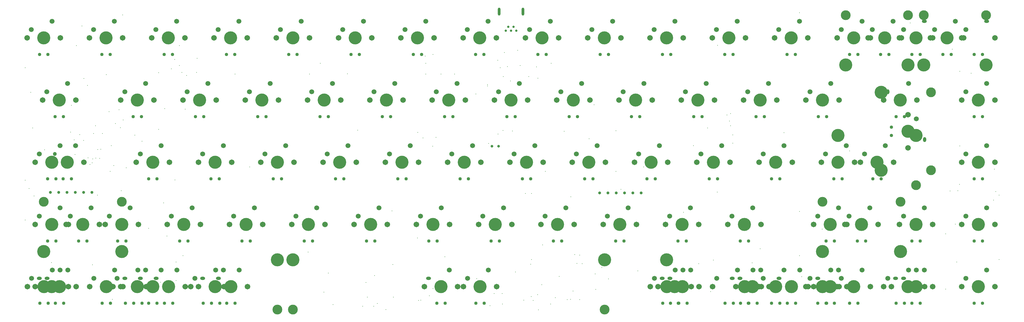
<source format=gbr>
%FSTAX23Y23*%
%MOIN*%
%SFA1B1*%

%IPPOS*%
%ADD162C,0.040000*%
%ADD163C,0.040000*%
%ADD164C,0.040000*%
%ADD165C,0.040000*%
%ADD166C,0.040000*%
%ADD167C,0.040000*%
%ADD168C,0.040000*%
%ADD169C,0.040000*%
%ADD170C,0.040000*%
%ADD171C,0.040000*%
%ADD172C,0.040000*%
%ADD173C,0.040000*%
%ADD174C,0.040000*%
%ADD175C,0.040000*%
%ADD176C,0.040000*%
%ADD177C,0.040000*%
%ADD178C,0.040000*%
%ADD179C,0.040000*%
%ADD180C,0.040000*%
%ADD181C,0.040000*%
%ADD182C,0.040000*%
%ADD183C,0.040000*%
%ADD184C,0.040000*%
%ADD185C,0.040000*%
%ADD186C,0.040000*%
%ADD187C,0.040000*%
%ADD188C,0.040000*%
%ADD189C,0.040000*%
%ADD190C,0.040000*%
%ADD191C,0.157500*%
%ADD192C,0.027559*%
%ADD193O,0.033465X0.094488*%
%ADD194C,0.035433*%
%ADD195C,0.031500*%
%ADD196C,0.157500*%
%ADD197C,0.059059*%
%ADD198C,0.067500*%
%ADD199C,0.040000*%
%ADD200C,0.157500*%
%ADD201O,0.059055X0.039370*%
%ADD202C,0.059059*%
%ADD203C,0.067500*%
%ADD204C,0.067500*%
%ADD205C,0.040000*%
%ADD206C,0.157500*%
%ADD207C,0.059059*%
%ADD208C,0.059059*%
%ADD209C,0.067500*%
%ADD210C,0.040000*%
%ADD211C,0.157500*%
%ADD212O,0.059055X0.039370*%
%ADD213O,0.059055X0.039370*%
%ADD214C,0.157500*%
%ADD215C,0.067500*%
%ADD216C,0.067500*%
%ADD217C,0.059059*%
%ADD218C,0.059059*%
%ADD219C,0.067500*%
%ADD220C,0.040000*%
%ADD221C,0.059059*%
%ADD222O,0.059055X0.039370*%
%ADD223C,0.157500*%
%ADD224C,0.040000*%
%ADD225C,0.067500*%
%ADD226C,0.067500*%
%ADD227C,0.059059*%
%ADD228C,0.059059*%
%ADD229C,0.067500*%
%ADD230C,0.040000*%
%ADD231C,0.059059*%
%ADD232C,0.059059*%
%ADD233C,0.067500*%
%ADD234C,0.067500*%
%ADD235C,0.040000*%
%ADD236C,0.157500*%
%ADD237C,0.059059*%
%ADD238C,0.059059*%
%ADD239C,0.067500*%
%ADD240C,0.067500*%
%ADD241C,0.040000*%
%ADD242C,0.157500*%
%ADD243O,0.039370X0.059055*%
%ADD244O,0.039370X0.059055*%
%ADD245C,0.067500*%
%ADD246C,0.067500*%
%ADD247C,0.040000*%
%ADD248C,0.157500*%
%ADD249C,0.059059*%
%ADD250C,0.059059*%
%ADD251C,0.067500*%
%ADD252C,0.067500*%
%ADD253C,0.040000*%
%ADD254C,0.157500*%
%ADD255C,0.059059*%
%ADD256C,0.059059*%
%ADD257C,0.067500*%
%ADD258C,0.067500*%
%ADD259C,0.040000*%
%ADD260C,0.157500*%
%ADD261C,0.059059*%
%ADD262C,0.059059*%
%ADD263C,0.067500*%
%ADD264C,0.040000*%
%ADD265C,0.157500*%
%ADD266C,0.059059*%
%ADD267C,0.059059*%
%ADD268C,0.067500*%
%ADD269C,0.067500*%
%ADD270C,0.040000*%
%ADD271C,0.157500*%
%ADD272O,0.059055X0.039370*%
%ADD273C,0.059059*%
%ADD274C,0.157500*%
%ADD275C,0.040000*%
%ADD276C,0.067500*%
%ADD277C,0.059059*%
%ADD278C,0.059059*%
%ADD279C,0.067500*%
%ADD280C,0.067500*%
%ADD281C,0.040000*%
%ADD282C,0.157500*%
%ADD283C,0.059059*%
%ADD284O,0.059055X0.039370*%
%ADD285C,0.157500*%
%ADD286C,0.040000*%
%ADD287C,0.067500*%
%ADD288C,0.067500*%
%ADD289C,0.059059*%
%ADD290C,0.059059*%
%ADD291C,0.067500*%
%ADD292C,0.067500*%
%ADD293C,0.040000*%
%ADD294C,0.157500*%
%ADD295C,0.059059*%
%ADD296O,0.059055X0.039370*%
%ADD297C,0.157500*%
%ADD298C,0.040000*%
%ADD299C,0.067500*%
%ADD300C,0.059059*%
%ADD301C,0.067500*%
%ADD302C,0.067500*%
%ADD303O,0.059055X0.039370*%
%ADD304C,0.157500*%
%ADD305C,0.040000*%
%ADD306C,0.067500*%
%ADD307C,0.059059*%
%ADD308C,0.059059*%
%ADD309C,0.040000*%
%ADD310C,0.157500*%
%ADD311O,0.059055X0.039370*%
%ADD312O,0.059055X0.039370*%
%ADD313C,0.157500*%
%ADD314C,0.040000*%
%ADD315C,0.067500*%
%ADD316C,0.059059*%
%ADD317O,0.059055X0.039370*%
%ADD318C,0.157500*%
%ADD319C,0.067500*%
%ADD320C,0.059059*%
%ADD321C,0.059059*%
%ADD322C,0.040000*%
%ADD323C,0.067500*%
%ADD324C,0.067500*%
%ADD325C,0.059059*%
%ADD326C,0.059059*%
%ADD327C,0.067500*%
%ADD328C,0.067500*%
%ADD329C,0.040000*%
%ADD330C,0.059059*%
%ADD331C,0.059059*%
%ADD332C,0.067500*%
%ADD333C,0.040000*%
%ADD334C,0.157500*%
%ADD335O,0.059055X0.039370*%
%ADD336C,0.059059*%
%ADD337C,0.157500*%
%ADD338C,0.040000*%
%ADD339C,0.067500*%
%ADD340C,0.067500*%
%ADD341C,0.059059*%
%ADD342O,0.059055X0.039370*%
%ADD343C,0.157500*%
%ADD344C,0.040000*%
%ADD345C,0.059059*%
%ADD346C,0.059059*%
%ADD347C,0.157500*%
%ADD348C,0.040000*%
%ADD349C,0.067500*%
%ADD350C,0.059059*%
%ADD351O,0.059055X0.039370*%
%ADD352C,0.157500*%
%ADD353C,0.067500*%
%ADD354C,0.059059*%
%ADD355C,0.059059*%
%ADD356C,0.157500*%
%ADD357C,0.040000*%
%ADD358C,0.067500*%
%ADD359C,0.067500*%
%ADD360C,0.059059*%
%ADD361C,0.059059*%
%ADD362C,0.157500*%
%ADD363C,0.040000*%
%ADD364C,0.067500*%
%ADD365C,0.067500*%
%ADD366C,0.059059*%
%ADD367C,0.059059*%
%ADD368C,0.067500*%
%ADD369C,0.040000*%
%ADD370C,0.157500*%
%ADD371O,0.059055X0.039370*%
%ADD372C,0.059059*%
%ADD373C,0.067500*%
%ADD374C,0.067500*%
%ADD375C,0.157500*%
%ADD376O,0.059055X0.039370*%
%ADD377C,0.047244*%
%ADD378C,0.157500*%
%ADD379C,0.040000*%
%ADD380C,0.067500*%
%ADD381C,0.059059*%
%ADD382C,0.059059*%
%ADD383C,0.157500*%
%ADD384C,0.040000*%
%ADD385C,0.067500*%
%ADD386C,0.067500*%
%ADD387C,0.059059*%
%ADD388C,0.059059*%
%ADD389C,0.040000*%
%ADD390C,0.067500*%
%ADD391C,0.059059*%
%ADD392O,0.059055X0.039370*%
%ADD393C,0.067500*%
%ADD394C,0.067500*%
%ADD395C,0.040000*%
%ADD396C,0.157500*%
%ADD397C,0.059059*%
%ADD398C,0.059059*%
%ADD399C,0.067500*%
%ADD400C,0.067500*%
%ADD401C,0.040000*%
%ADD402C,0.059059*%
%ADD403O,0.059055X0.039370*%
%ADD404C,0.067500*%
%ADD405C,0.067500*%
%ADD406C,0.040000*%
%ADD407C,0.059059*%
%ADD408C,0.059059*%
%ADD409C,0.067500*%
%ADD410C,0.067500*%
%ADD411C,0.040000*%
%ADD412C,0.157500*%
%ADD413C,0.059059*%
%ADD414C,0.059059*%
%ADD415C,0.157500*%
%ADD416C,0.040000*%
%ADD417C,0.067500*%
%ADD418C,0.067500*%
%ADD419C,0.059059*%
%ADD420C,0.059059*%
%ADD421C,0.067500*%
%ADD422C,0.067500*%
%ADD423C,0.040000*%
%ADD424C,0.157500*%
%ADD425C,0.059059*%
%ADD426C,0.157500*%
%ADD427C,0.157500*%
%ADD428C,0.157500*%
%ADD429C,0.157500*%
%ADD430C,0.118110*%
%ADD431C,0.118110*%
%ADD432C,0.157500*%
%ADD433C,0.118110*%
%ADD434C,0.157500*%
%ADD435C,0.118110*%
%ADD436C,0.157500*%
%ADD437C,0.157500*%
%ADD438C,0.118110*%
%ADD439C,0.118110*%
%ADD440C,0.118110*%
%ADD441C,0.118110*%
%ADD442C,0.118110*%
%ADD443C,0.118110*%
%ADD444C,0.157500*%
%ADD445C,0.157500*%
%ADD446C,0.157500*%
%ADD447C,0.157500*%
%ADD448C,0.157500*%
%ADD449C,0.157500*%
%ADD450C,0.118110*%
%ADD451C,0.118110*%
%ADD452C,0.157500*%
%ADD453C,0.157500*%
%ADD454C,0.118110*%
%ADD455C,0.118110*%
%ADD456C,0.157500*%
%ADD457C,0.040000*%
%ADD458C,0.067500*%
%ADD459C,0.059059*%
%ADD460C,0.040000*%
%ADD461C,0.040000*%
%ADD462C,0.040000*%
%ADD463C,0.040000*%
%ADD464C,0.040000*%
%ADD465C,0.040000*%
%ADD466C,0.040000*%
%ADD467C,0.040000*%
%ADD468C,0.040000*%
%ADD469C,0.040000*%
%ADD470C,0.040000*%
%ADD471C,0.011850*%
%LNquadcube_65_pcb_pth_drill-1*%
%LPD*%
G54D162*
X15062Y07411D03*
G54D163*
X05001Y06886D03*
G54D164*
X05844Y06136D03*
G54D165*
X05188Y06886D03*
G54D166*
X15032Y08386D03*
G54D167*
X15407Y08386D03*
G54D168*
X14938Y06886D03*
G54D169*
X15218Y07636D03*
G54D170*
X05376Y06136D03*
G54D171*
X05001Y06136D03*
G54D172*
X16157Y08386D03*
G54D173*
X15782Y08386D03*
G54D174*
X14657Y08386D03*
G54D175*
X05838Y05386D03*
G54D176*
X14751Y06136D03*
G54D177*
X14376Y06136D03*
G54D178*
X07157Y05386D03*
G54D179*
X10157Y05386D03*
G54D180*
X12601Y05386D03*
G54D181*
X12401Y05386D03*
G54D182*
X09688Y05386D03*
G54D183*
X13719Y05386D03*
G54D184*
X14376Y05386D03*
G54D185*
X14176Y05386D03*
G54D186*
X13244Y05386D03*
G54D187*
X13907Y05386D03*
G54D188*
X14657Y05386D03*
G54D189*
X13444Y05386D03*
G54D190*
X13157Y05386D03*
G54D191*
X04951Y07086D03*
G54D192*
X10513Y0872D03*
X1045D03*
X10545Y08673D03*
X10419D03*
X10482D03*
G54D193*
X10625Y08903D03*
X10338D03*
G54D194*
X05434Y06724D03*
X05334D03*
X05234D03*
X05134D03*
X05034D03*
X04934D03*
X12048Y06715D03*
X11948D03*
X11848D03*
X11748D03*
X11648D03*
X11548D03*
G54D195*
X10332Y07281D03*
X10253D03*
G54D196*
X15732Y08586D03*
G54D197*
X15457Y05786D03*
G54D198*
X15557Y05586D03*
G54D199*
X15307Y05386D03*
G54D200*
X15357Y05586D03*
G54D201*
X15207Y05686D03*
G54D202*
X14707Y05786D03*
G54D203*
X14407Y05586D03*
G54D204*
X14807Y05586D03*
G54D205*
X14557Y05386D03*
G54D206*
X14607Y05586D03*
G54D207*
X14457Y05686D03*
G54D208*
X13957Y05786D03*
G54D209*
X14057Y05586D03*
G54D210*
X13807Y05386D03*
G54D211*
X13857Y05586D03*
G54D212*
X13707Y05686D03*
G54D213*
X15113Y05686D03*
G54D214*
X15263Y05586D03*
G54D215*
X15463Y05586D03*
G54D216*
X15063Y05586D03*
G54D217*
X15363Y05786D03*
G54D218*
X15269Y05786D03*
G54D219*
X14969Y05586D03*
G54D220*
X15119Y05386D03*
G54D221*
X15019Y05686D03*
G54D222*
X14176Y05686D03*
G54D223*
X14326Y05586D03*
G54D224*
X14276Y05386D03*
G54D225*
X14526Y05586D03*
G54D226*
X14126Y05586D03*
G54D227*
X14426Y05786D03*
G54D228*
X13207Y05786D03*
G54D229*
X12907Y05586D03*
G54D230*
X13057Y05386D03*
G54D231*
X12957Y05686D03*
G54D232*
X14426Y06536D03*
G54D233*
X14126Y06336D03*
G54D234*
X14526Y06336D03*
G54D235*
X14276Y06136D03*
G54D236*
X14326Y06336D03*
G54D237*
X14176Y06436D03*
G54D238*
X15268Y08036D03*
G54D239*
X14968Y07836D03*
G54D240*
X15368Y07836D03*
G54D241*
X15118Y07636D03*
G54D242*
X15168Y07836D03*
G54D243*
X15018Y07936D03*
G54D244*
X15462Y07361D03*
G54D245*
X15262Y07661D03*
G54D246*
X15262Y07261D03*
G54D247*
X15062Y07511D03*
G54D248*
X15262Y07461D03*
G54D249*
X15362Y07611D03*
G54D250*
X14988Y07286D03*
G54D251*
X14688Y07086D03*
G54D252*
X15088Y07086D03*
G54D253*
X14838Y06886D03*
G54D254*
X14888Y07086D03*
G54D255*
X14738Y07186D03*
G54D256*
X14519Y07286D03*
G54D257*
X14219Y07086D03*
G54D258*
X14619Y07086D03*
G54D259*
X14369Y06886D03*
G54D260*
X14419Y07086D03*
G54D261*
X14269Y07186D03*
G54D262*
X12457Y05786D03*
G54D263*
X12157Y05586D03*
G54D264*
X12307Y05386D03*
G54D265*
X12357Y05586D03*
G54D266*
X12207Y05686D03*
G54D267*
X13488Y05786D03*
G54D268*
X13188Y05586D03*
G54D269*
X13588Y05586D03*
G54D270*
X13338Y05386D03*
G54D271*
X13388Y05586D03*
G54D272*
X13238Y05686D03*
G54D273*
X13519Y05686D03*
G54D274*
X13669Y05586D03*
G54D275*
X13619Y05386D03*
G54D276*
X13469Y05586D03*
G54D277*
X13769Y05786D03*
G54D278*
X14332Y05786D03*
G54D279*
X14032Y05586D03*
G54D280*
X14432Y05586D03*
G54D281*
X14282Y05386D03*
G54D282*
X14232Y05586D03*
G54D283*
X14082Y05686D03*
G54D284*
X12301Y05686D03*
G54D285*
X12451Y05586D03*
G54D286*
X12501Y05386D03*
G54D287*
X12651Y05586D03*
G54D288*
X12251Y05586D03*
G54D289*
X12551Y05786D03*
G54D290*
X10207Y05786D03*
G54D291*
X09907Y05586D03*
G54D292*
X10307Y05586D03*
G54D293*
X10057Y05386D03*
G54D294*
X10107Y05586D03*
G54D295*
X09957Y05686D03*
G54D296*
X12394Y05686D03*
G54D297*
X12544Y05586D03*
G54D298*
X12494Y05386D03*
G54D299*
X12744Y05586D03*
G54D300*
X12644Y05786D03*
G54D301*
X09438Y05587D03*
G54D302*
X09838Y05587D03*
G54D303*
X13144Y05686D03*
G54D304*
X13294Y05586D03*
G54D305*
X13344Y05386D03*
G54D306*
X13494Y05586D03*
G54D307*
X13394Y05786D03*
G54D308*
X09738Y05786D03*
G54D309*
X09588Y05386D03*
G54D310*
X09638Y05586D03*
G54D311*
X09488Y05686D03*
G54D312*
X06957Y05686D03*
G54D313*
X07107Y05586D03*
G54D314*
X07057Y05386D03*
G54D315*
X07307Y05586D03*
G54D316*
X07207Y05786D03*
G54D317*
X06769Y05686D03*
G54D318*
X06919Y05586D03*
G54D319*
X06719Y05586D03*
G54D320*
X07019Y05786D03*
G54D321*
X06676Y05686D03*
G54D322*
X06876Y05386D03*
G54D323*
X07026Y05586D03*
G54D324*
X06626Y05586D03*
G54D325*
X06926Y05786D03*
G54D326*
X05988Y05786D03*
G54D327*
X05688Y05586D03*
G54D328*
X06088Y05586D03*
G54D329*
X05938Y05386D03*
G54D330*
X05738Y05686D03*
G54D331*
X06457Y05786D03*
G54D332*
X06557Y05586D03*
G54D333*
X06307Y05386D03*
G54D334*
X06357Y05586D03*
G54D335*
X06207Y05686D03*
G54D336*
X05457Y05686D03*
G54D337*
X05607Y05586D03*
G54D338*
X05557Y05386D03*
G54D339*
X05807Y05586D03*
G54D340*
X05407Y05586D03*
G54D341*
X05707Y05786D03*
G54D342*
X06019Y05686D03*
G54D343*
X06169Y05586D03*
G54D344*
X06119Y05386D03*
G54D345*
X06269Y05786D03*
G54D346*
X04707Y05686D03*
G54D347*
X04857Y05586D03*
G54D348*
X04807Y05386D03*
G54D349*
X04657Y05586D03*
G54D350*
X04957Y05786D03*
G54D351*
X05832Y05686D03*
G54D352*
X05982Y05586D03*
G54D353*
X05782Y05586D03*
G54D354*
X06082Y05786D03*
G54D355*
X05176Y06436D03*
G54D356*
X05326Y06336D03*
G54D357*
X05276Y06136D03*
G54D358*
X05526Y06336D03*
G54D359*
X05126Y06336D03*
G54D360*
X05426Y06536D03*
G54D361*
X05644Y06436D03*
G54D362*
X05794Y06336D03*
G54D363*
X05744Y06136D03*
G54D364*
X05994Y06336D03*
G54D365*
X05594Y06336D03*
G54D366*
X05894Y06536D03*
G54D367*
X05144Y05786D03*
G54D368*
X05244Y05586D03*
G54D369*
X04994Y05386D03*
G54D370*
X05044Y05586D03*
G54D371*
X04894Y05686D03*
G54D372*
X05051Y05786D03*
G54D373*
X04751Y05586D03*
G54D374*
X05151Y05586D03*
G54D375*
X04951Y05586D03*
G54D376*
X04801Y05686D03*
G54D377*
X04988Y07186D03*
G54D378*
X05138Y07086D03*
G54D379*
X05088Y06886D03*
G54D380*
X05338Y07086D03*
G54D381*
X05238Y07286D03*
G54D382*
X04801Y06436D03*
G54D383*
X04951Y06336D03*
G54D384*
X04901Y06136D03*
G54D385*
X05151Y06336D03*
G54D386*
X04751Y06336D03*
G54D387*
X05051Y06536D03*
G54D388*
X04801Y07186D03*
G54D389*
X04901Y06886D03*
G54D390*
X04751Y07086D03*
G54D391*
X05051Y07286D03*
G54D392*
X15457Y08786D03*
G54D393*
X15157Y08586D03*
G54D394*
X15557Y08586D03*
G54D395*
X15307Y08386D03*
G54D396*
X15357Y08586D03*
G54D397*
X15207Y08686D03*
G54D398*
X15832Y08786D03*
G54D399*
X15532Y08586D03*
G54D400*
X15932Y08586D03*
G54D401*
X15682Y08386D03*
G54D402*
X15582Y08686D03*
G54D403*
X16207Y08786D03*
G54D404*
X15907Y08586D03*
G54D405*
X16307Y08586D03*
G54D406*
X16057Y08386D03*
G54D407*
X15957Y08686D03*
G54D408*
X14801Y06536D03*
G54D409*
X14501Y06336D03*
G54D410*
X14901Y06336D03*
G54D411*
X14651Y06136D03*
G54D412*
X14701Y06336D03*
G54D413*
X14551Y06436D03*
G54D414*
X14832Y08686D03*
G54D415*
X14982Y08586D03*
G54D416*
X14932Y08386D03*
G54D417*
X15182Y08586D03*
G54D418*
X14782Y08586D03*
G54D419*
X15082Y08786D03*
G54D420*
X14707Y08786D03*
G54D421*
X14407Y08586D03*
G54D422*
X14807Y08586D03*
G54D423*
X14557Y08386D03*
G54D424*
X14607Y08586D03*
G54D425*
X14457Y08686D03*
G54D426*
X15358Y07411D03*
G54D427*
X14418Y07411D03*
G54D428*
X12356Y05911D03*
G54D429*
X14231Y06011D03*
G54D430*
X11608Y05311D03*
G54D431*
X15171Y06611D03*
G54D432*
X15171Y06011D03*
G54D433*
X15358Y06811D03*
G54D434*
X11608Y05911D03*
G54D435*
X07668Y05311D03*
G54D436*
X07856Y05911D03*
G54D437*
X07668Y05911D03*
G54D438*
X07856Y05311D03*
G54D439*
X14512Y08861D03*
G54D440*
X15262Y08861D03*
G54D441*
X16202Y08861D03*
G54D442*
X15537Y06991D03*
G54D443*
X15452Y08861D03*
G54D444*
X14512Y08261D03*
G54D445*
X15262Y08261D03*
G54D446*
X14937Y07931D03*
G54D447*
X15452Y08261D03*
G54D448*
X16202Y08261D03*
G54D449*
X14937Y06991D03*
G54D450*
X15537Y07931D03*
G54D451*
X05796Y06611D03*
G54D452*
X05796Y06011D03*
G54D453*
X04856Y06011D03*
G54D454*
X04856Y06611D03*
G54D455*
X14231Y06611D03*
G54D456*
X16107Y07836D03*
Y07086D03*
X11043Y06336D03*
X11793D03*
X10293D03*
X09543D03*
X12543D03*
X13293D03*
X15357D03*
X08231Y07836D03*
X08981D03*
X07481D03*
X06731D03*
X09731D03*
X10481D03*
X11981D03*
X11231D03*
X06918Y07086D03*
X07668D03*
X06168D03*
X12731Y07836D03*
X13481D03*
X14231D03*
X12356Y08586D03*
X13106D03*
X11606D03*
X10856D03*
X13856D03*
X09356D03*
X10106D03*
X08606D03*
X07856D03*
X04856D03*
X05606D03*
X07106D03*
X06356D03*
X06543Y06336D03*
X07293D03*
X08793D03*
X08043D03*
X12918Y07086D03*
X13668D03*
X12168D03*
X11418D03*
X08418D03*
X09168D03*
X10668D03*
X09918D03*
X05043Y07836D03*
X05981D03*
X16107Y05586D03*
Y06336D03*
G54D457*
X16157Y07636D03*
X16057D03*
Y06886D03*
X16157D03*
X11093Y06136D03*
X10993D03*
X11743D03*
X11843D03*
X10343D03*
X10243D03*
X09493D03*
X09593D03*
X12593D03*
X12493D03*
X13243D03*
X13343D03*
X15407D03*
X15307D03*
X08181Y07636D03*
X08281D03*
X09031D03*
X08931D03*
X07431D03*
X07531D03*
X06781D03*
X06681D03*
X09681D03*
X09781D03*
X10531D03*
X10431D03*
X11931D03*
X12031D03*
X11281D03*
X11181D03*
X06868Y06886D03*
X06968D03*
X07718D03*
X07618D03*
X06118D03*
X06218D03*
X12781Y07636D03*
X12681D03*
X13431D03*
X13531D03*
X14281D03*
X14181D03*
X12306Y08386D03*
X12406D03*
X13156D03*
X13056D03*
X11556D03*
X11656D03*
X10906D03*
X10806D03*
X13806D03*
X13906D03*
X09406D03*
X09306D03*
X10056D03*
X10156D03*
X08656D03*
X08556D03*
X07806D03*
X07906D03*
X04906D03*
X04806D03*
X05556D03*
X05656D03*
X07156D03*
X07056D03*
X06306D03*
X06406D03*
X06593Y06136D03*
X06493D03*
X07243D03*
X07343D03*
X08843D03*
X08743D03*
X07993D03*
X08093D03*
X12968Y06886D03*
X12868D03*
X13618D03*
X13718D03*
X12218D03*
X12118D03*
X11368D03*
X11468D03*
X08468D03*
X08368D03*
X09118D03*
X09218D03*
X10718D03*
X10618D03*
X09868D03*
X09968D03*
X05093Y07636D03*
X04993D03*
X05931D03*
X06031D03*
X16157Y05386D03*
X16057D03*
Y06136D03*
X16157D03*
G54D458*
X16307Y07836D03*
X15907D03*
Y07086D03*
X16307D03*
X11243Y06336D03*
X10843D03*
X11593D03*
X11993D03*
X10493D03*
X10093D03*
X09343D03*
X09743D03*
X12743D03*
X12343D03*
X13093D03*
X13493D03*
X15557D03*
X15157D03*
X08031Y07836D03*
X08431D03*
X09181D03*
X08781D03*
X07281D03*
X07681D03*
X06931D03*
X06531D03*
X09531D03*
X09931D03*
X10681D03*
X10281D03*
X11781D03*
X12181D03*
X11431D03*
X11031D03*
X06718Y07086D03*
X07118D03*
X07868D03*
X07468D03*
X05968D03*
X06368D03*
X12931Y07836D03*
X12531D03*
X13281D03*
X13681D03*
X14431D03*
X14031D03*
X12156Y08586D03*
X12556D03*
X13306D03*
X12906D03*
X11406D03*
X11806D03*
X11056D03*
X10656D03*
X13656D03*
X14056D03*
X09556D03*
X09156D03*
X09906D03*
X10306D03*
X08806D03*
X08406D03*
X07656D03*
X08056D03*
X05056D03*
X04656D03*
X05406D03*
X05806D03*
X07306D03*
X06906D03*
X06156D03*
X06556D03*
X06743Y06336D03*
X06343D03*
X07093D03*
X07493D03*
X08993D03*
X08593D03*
X07843D03*
X08243D03*
X13118Y07086D03*
X12718D03*
X13468D03*
X13868D03*
X12368D03*
X11968D03*
X11218D03*
X11618D03*
X08618D03*
X08218D03*
X08968D03*
X09368D03*
X10868D03*
X10468D03*
X09718D03*
X10118D03*
X05243Y07836D03*
X04843D03*
X05781D03*
X06181D03*
X16307Y05586D03*
X15907D03*
Y06336D03*
X16307D03*
G54D459*
X16207Y08036D03*
X15957Y07936D03*
Y07186D03*
X16207Y07286D03*
X11143Y06536D03*
X10893Y06436D03*
X11643D03*
X11893Y06536D03*
X10393D03*
X10143Y06436D03*
X09393D03*
X09643Y06536D03*
X12643D03*
X12393Y06436D03*
X13143D03*
X13393Y06536D03*
X15457D03*
X15207Y06436D03*
X08081Y07936D03*
X08331Y08036D03*
X09081D03*
X08831Y07936D03*
X07331D03*
X07581Y08036D03*
X06831D03*
X06581Y07936D03*
X09581D03*
X09831Y08036D03*
X10581D03*
X10331Y07936D03*
X11831D03*
X12081Y08036D03*
X11331D03*
X11081Y07936D03*
X06768Y07186D03*
X07018Y07286D03*
X07768D03*
X07518Y07186D03*
X06018D03*
X06268Y07286D03*
X12831Y08036D03*
X12581Y07936D03*
X13331D03*
X13581Y08036D03*
X14331D03*
X14081Y07936D03*
X12206Y08686D03*
X12456Y08786D03*
X13206D03*
X12956Y08686D03*
X11456D03*
X11706Y08786D03*
X10956D03*
X10706Y08686D03*
X13706D03*
X13956Y08786D03*
X09456D03*
X09206Y08686D03*
X09956D03*
X10206Y08786D03*
X08706D03*
X08456Y08686D03*
X07706D03*
X07956Y08786D03*
X04956D03*
X04706Y08686D03*
X05456D03*
X05706Y08786D03*
X07206D03*
X06956Y08686D03*
X06206D03*
X06456Y08786D03*
X06643Y06536D03*
X06393Y06436D03*
X07143D03*
X07393Y06536D03*
X08893D03*
X08643Y06436D03*
X07893D03*
X08143Y06536D03*
X13018Y07286D03*
X12768Y07186D03*
X13518D03*
X13768Y07286D03*
X12268D03*
X12018Y07186D03*
X11268D03*
X11518Y07286D03*
X08518D03*
X08268Y07186D03*
X09018D03*
X09268Y07286D03*
X10768D03*
X10518Y07186D03*
X09768D03*
X10018Y07286D03*
X05143Y08036D03*
X04893Y07936D03*
X05831D03*
X06081Y08036D03*
X16207Y05786D03*
X15957Y05686D03*
Y06436D03*
X16207Y06536D03*
G54D460*
X14469Y06886D03*
G54D461*
X15219Y05386D03*
G54D462*
X15407Y05386D03*
G54D463*
X04907Y05386D03*
G54D464*
X05094Y05386D03*
G54D465*
X05657Y05386D03*
G54D466*
X06407Y05386D03*
G54D467*
X06219Y05386D03*
G54D468*
X06038Y05386D03*
G54D469*
X06976Y05386D03*
G54D470*
X06776Y05386D03*
G54D471*
X15847Y05883D03*
X16317Y06732D03*
X16301Y07002D03*
X10592Y08254D03*
X10385Y0747D03*
X10654Y06711D03*
X1073Y05914D03*
X06694Y08171D03*
X04948Y05876D03*
X04864Y07236D03*
X11482Y0778D03*
X10536Y05763D03*
X12007Y05776D03*
X10802Y0549D03*
X10378Y05375D03*
X0649Y08254D03*
Y08492D03*
X05249D03*
X0519Y07772D03*
X10562Y08435D03*
X06391Y08212D03*
X11159Y05431D03*
X0884Y0572D03*
X12848Y075D03*
X10959Y05377D03*
X10724Y05466D03*
X05811Y07595D03*
X06118Y06288D03*
X13956Y08891D03*
X05806Y08862D03*
X05761Y07718D03*
X16293Y06629D03*
X12964Y06726D03*
X05607Y08143D03*
X05717Y07554D03*
X14559Y07224D03*
X1268Y07286D03*
X13768Y07444D03*
X09049Y06501D03*
X08635Y07474D03*
X11496Y05739D03*
X0936Y07447D03*
X12077Y07028D03*
X14229Y06278D03*
X05848Y0702D03*
X06297Y06597D03*
X05698Y07045D03*
X1297Y08495D03*
X1256Y06483D03*
X05667Y07286D03*
X05336Y07349D03*
X04677Y06769D03*
X13082Y07656D03*
X12885Y05526D03*
X10789Y08235D03*
X11338Y05863D03*
X11307Y05967D03*
X15884Y07283D03*
X13483Y06044D03*
X1292Y05905D03*
X1636Y06688D03*
Y05914D03*
X16021Y08158D03*
X15881Y06818D03*
X10966Y08281D03*
X10389Y0812D03*
X08056Y08151D03*
X04631Y06868D03*
X05682Y05433D03*
X13981Y05705D03*
X15767Y0674D03*
X0834Y05368D03*
X08228Y0552D03*
X09367Y05418D03*
X08694Y05351D03*
X09066Y0546D03*
X08753D03*
X08975Y05308D03*
X08828Y05351D03*
X06432Y08325D03*
X06313Y07732D03*
X11203Y06668D03*
X10894Y06977D03*
X05654D03*
X047Y0793D03*
X0474Y0668D03*
X05953Y07413D03*
X05478Y07527D03*
X11307Y05431D03*
X0958Y07385D03*
X09542Y05562D03*
X09355Y06173D03*
X11063Y05711D03*
X10851Y05611D03*
X05231Y07179D03*
X0539Y07138D03*
X13954Y05959D03*
X05413Y07058D03*
X09058Y05853D03*
X08039Y06004D03*
X05443Y05848D03*
X13152Y07315D03*
Y07416D03*
X0604Y07339D03*
X05541Y07242D03*
X112Y05434D03*
X10635Y05424D03*
X11016Y05452D03*
X1075Y05418D03*
X05316Y08731D03*
X05439Y0708D03*
X10804Y081D03*
X05502Y06689D03*
X12741Y05864D03*
X10719Y05856D03*
X06449Y0566D03*
X06434Y06873D03*
X06339Y06196D03*
X06263Y05638D03*
X1028Y05503D03*
X10067Y05684D03*
X10374Y05503D03*
X10227Y05355D03*
X08872Y05383D03*
X11276Y05865D03*
X10694Y0812D03*
X07334Y07028D03*
X09422Y07379D03*
X05777Y07502D03*
X05788Y06744D03*
X11805Y06758D03*
X10198Y08022D03*
X10213Y07312D03*
X11744Y06977D03*
Y07466D03*
X06447Y05883D03*
X0652Y08171D03*
X06238Y08165D03*
Y07483D03*
X15794Y0845D03*
X1073Y06711D03*
X06533Y05958D03*
X11122Y0746D03*
X11229Y05532D03*
X10326Y07427D03*
X10199Y08005D03*
X10213Y07314D03*
X10352Y08225D03*
X10812Y05307D03*
X08281Y05751D03*
X09456Y08151D03*
X11421Y07369D03*
X10861Y06091D03*
X09684Y05945D03*
X08734Y05635D03*
X06576Y08133D03*
X06558Y07727D03*
X15716Y06223D03*
X15831Y06338D03*
X15862Y06742D03*
X15716Y05557D03*
X06338Y06196D03*
X13954Y06493D03*
X05223Y07355D03*
X10474Y08065D03*
X05446Y07125D03*
X05529Y07134D03*
X05505Y07238D03*
X05482Y07137D03*
X1529Y08767D03*
X09498Y05477D03*
X04631Y08227D03*
X08186Y08281D03*
X09456D03*
X11574Y05816D03*
X13385Y05873D03*
X04632Y06391D03*
X06703Y08339D03*
X11247Y05973D03*
X05339Y08095D03*
X05383Y08013D03*
X10321Y08316D03*
X11503Y05554D03*
X11655Y05679D03*
X09538Y07278D03*
X105Y07463D03*
X10439Y08239D03*
X10401Y08411D03*
X10058Y07909D03*
X07157Y08151D03*
X09396Y05424D03*
X15886Y08184D03*
X05642Y07696D03*
X08511Y08152D03*
X04723Y07501D03*
X0529Y07419D03*
X05179Y07448D03*
X05455Y07432D03*
X05562D03*
X09637Y08151D03*
X09449Y08366D03*
X09542Y08386D03*
X09801Y08148D03*
X13125Y07672D03*
X13124Y07526D03*
X13111Y07584D03*
M02*
</source>
